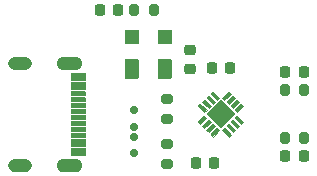
<source format=gtp>
%TF.GenerationSoftware,KiCad,Pcbnew,8.0.7-5-g6f92c4cccf*%
%TF.CreationDate,2025-01-08T11:04:30+08:00*%
%TF.ProjectId,UINIO-USB-UART-CH343,55494e49-4f2d-4555-9342-2d554152542d,Version 5.0.0*%
%TF.SameCoordinates,PX8be9df0PY5020b20*%
%TF.FileFunction,Paste,Top*%
%TF.FilePolarity,Positive*%
%FSLAX46Y46*%
G04 Gerber Fmt 4.6, Leading zero omitted, Abs format (unit mm)*
G04 Created by KiCad (PCBNEW 8.0.7-5-g6f92c4cccf) date 2025-01-08 11:04:30*
%MOMM*%
%LPD*%
G01*
G04 APERTURE LIST*
G04 Aperture macros list*
%AMRoundRect*
0 Rectangle with rounded corners*
0 $1 Rounding radius*
0 $2 $3 $4 $5 $6 $7 $8 $9 X,Y pos of 4 corners*
0 Add a 4 corners polygon primitive as box body*
4,1,4,$2,$3,$4,$5,$6,$7,$8,$9,$2,$3,0*
0 Add four circle primitives for the rounded corners*
1,1,$1+$1,$2,$3*
1,1,$1+$1,$4,$5*
1,1,$1+$1,$6,$7*
1,1,$1+$1,$8,$9*
0 Add four rect primitives between the rounded corners*
20,1,$1+$1,$2,$3,$4,$5,0*
20,1,$1+$1,$4,$5,$6,$7,0*
20,1,$1+$1,$6,$7,$8,$9,0*
20,1,$1+$1,$8,$9,$2,$3,0*%
%AMRotRect*
0 Rectangle, with rotation*
0 The origin of the aperture is its center*
0 $1 length*
0 $2 width*
0 $3 Rotation angle, in degrees counterclockwise*
0 Add horizontal line*
21,1,$1,$2,0,0,$3*%
G04 Aperture macros list end*
%ADD10C,0.120000*%
%ADD11RoundRect,0.150000X0.200000X-0.150000X0.200000X0.150000X-0.200000X0.150000X-0.200000X-0.150000X0*%
%ADD12R,1.200000X1.200000*%
%ADD13RoundRect,0.200000X0.275000X-0.200000X0.275000X0.200000X-0.275000X0.200000X-0.275000X-0.200000X0*%
%ADD14RoundRect,0.200000X-0.200000X-0.275000X0.200000X-0.275000X0.200000X0.275000X-0.200000X0.275000X0*%
%ADD15RoundRect,0.250000X-0.375000X-0.625000X0.375000X-0.625000X0.375000X0.625000X-0.375000X0.625000X0*%
%ADD16RoundRect,0.200000X-0.275000X0.200000X-0.275000X-0.200000X0.275000X-0.200000X0.275000X0.200000X0*%
%ADD17RoundRect,0.150000X-0.200000X0.150000X-0.200000X-0.150000X0.200000X-0.150000X0.200000X0.150000X0*%
%ADD18RoundRect,0.218750X0.218750X0.256250X-0.218750X0.256250X-0.218750X-0.256250X0.218750X-0.256250X0*%
%ADD19RoundRect,0.225000X0.225000X0.250000X-0.225000X0.250000X-0.225000X-0.250000X0.225000X-0.250000X0*%
%ADD20R,1.150000X0.600000*%
%ADD21R,1.150000X0.300000*%
%ADD22RoundRect,0.218750X-0.218750X-0.256250X0.218750X-0.256250X0.218750X0.256250X-0.218750X0.256250X0*%
%ADD23RoundRect,0.225000X-0.250000X0.225000X-0.250000X-0.225000X0.250000X-0.225000X0.250000X0.225000X0*%
%ADD24RotRect,0.250000X0.750000X135.000000*%
%ADD25RotRect,0.750000X0.250000X135.000000*%
%ADD26RotRect,1.700000X1.700000X135.000000*%
G04 APERTURE END LIST*
D10*
%TO.C,USB1*%
X3968320Y-7250000D02*
X2818320Y-7250000D01*
X2818320Y-6650000D01*
X3968320Y-6650000D01*
X3968320Y-7250000D01*
G36*
X3968320Y-7250000D02*
G01*
X2818320Y-7250000D01*
X2818320Y-6650000D01*
X3968320Y-6650000D01*
X3968320Y-7250000D01*
G37*
X3968320Y-8050000D02*
X2818320Y-8050000D01*
X2818320Y-7450000D01*
X3968320Y-7450000D01*
X3968320Y-8050000D01*
G36*
X3968320Y-8050000D02*
G01*
X2818320Y-8050000D01*
X2818320Y-7450000D01*
X3968320Y-7450000D01*
X3968320Y-8050000D01*
G37*
X3968320Y-8550000D02*
X2818320Y-8550000D01*
X2818320Y-8250000D01*
X3968320Y-8250000D01*
X3968320Y-8550000D01*
G36*
X3968320Y-8550000D02*
G01*
X2818320Y-8550000D01*
X2818320Y-8250000D01*
X3968320Y-8250000D01*
X3968320Y-8550000D01*
G37*
X3968320Y-9050000D02*
X2818320Y-9050000D01*
X2818320Y-8750000D01*
X3968320Y-8750000D01*
X3968320Y-9050000D01*
G36*
X3968320Y-9050000D02*
G01*
X2818320Y-9050000D01*
X2818320Y-8750000D01*
X3968320Y-8750000D01*
X3968320Y-9050000D01*
G37*
X3968320Y-9550000D02*
X2818320Y-9550000D01*
X2818320Y-9250000D01*
X3968320Y-9250000D01*
X3968320Y-9550000D01*
G36*
X3968320Y-9550000D02*
G01*
X2818320Y-9550000D01*
X2818320Y-9250000D01*
X3968320Y-9250000D01*
X3968320Y-9550000D01*
G37*
X3968320Y-10050000D02*
X2818320Y-10050000D01*
X2818320Y-9750000D01*
X3968320Y-9750000D01*
X3968320Y-10050000D01*
G36*
X3968320Y-10050000D02*
G01*
X2818320Y-10050000D01*
X2818320Y-9750000D01*
X3968320Y-9750000D01*
X3968320Y-10050000D01*
G37*
X3968320Y-10550000D02*
X2818320Y-10550000D01*
X2818320Y-10250000D01*
X3968320Y-10250000D01*
X3968320Y-10550000D01*
G36*
X3968320Y-10550000D02*
G01*
X2818320Y-10550000D01*
X2818320Y-10250000D01*
X3968320Y-10250000D01*
X3968320Y-10550000D01*
G37*
X3968320Y-11050000D02*
X2818320Y-11050000D01*
X2818320Y-10750000D01*
X3968320Y-10750000D01*
X3968320Y-11050000D01*
G36*
X3968320Y-11050000D02*
G01*
X2818320Y-11050000D01*
X2818320Y-10750000D01*
X3968320Y-10750000D01*
X3968320Y-11050000D01*
G37*
X3968320Y-11550000D02*
X2818320Y-11550000D01*
X2818320Y-11250000D01*
X3968320Y-11250000D01*
X3968320Y-11550000D01*
G36*
X3968320Y-11550000D02*
G01*
X2818320Y-11550000D01*
X2818320Y-11250000D01*
X3968320Y-11250000D01*
X3968320Y-11550000D01*
G37*
X3968320Y-12050000D02*
X2818320Y-12050000D01*
X2818320Y-11750000D01*
X3968320Y-11750000D01*
X3968320Y-12050000D01*
G36*
X3968320Y-12050000D02*
G01*
X2818320Y-12050000D01*
X2818320Y-11750000D01*
X3968320Y-11750000D01*
X3968320Y-12050000D01*
G37*
X3968320Y-12850000D02*
X2818320Y-12850000D01*
X2818320Y-12250000D01*
X3968320Y-12250000D01*
X3968320Y-12850000D01*
G36*
X3968320Y-12850000D02*
G01*
X2818320Y-12850000D01*
X2818320Y-12250000D01*
X3968320Y-12250000D01*
X3968320Y-12850000D01*
G37*
X3968320Y-13650000D02*
X2818320Y-13650000D01*
X2818320Y-13050000D01*
X3968320Y-13050000D01*
X3968320Y-13650000D01*
G36*
X3968320Y-13650000D02*
G01*
X2818320Y-13650000D01*
X2818320Y-13050000D01*
X3968320Y-13050000D01*
X3968320Y-13650000D01*
G37*
X-1021680Y-5335000D02*
X-927680Y-5363000D01*
X-841680Y-5409000D01*
X-765680Y-5471000D01*
X-703680Y-5547000D01*
X-656680Y-5634000D01*
X-628680Y-5727000D01*
X-618680Y-5825000D01*
X-628680Y-5923000D01*
X-656680Y-6016000D01*
X-703680Y-6103000D01*
X-765680Y-6179000D01*
X-841680Y-6241000D01*
X-927680Y-6287000D01*
X-1021680Y-6315000D01*
X-1118680Y-6325000D01*
X-2018680Y-6325000D01*
X-2116680Y-6315000D01*
X-2210680Y-6287000D01*
X-2296680Y-6241000D01*
X-2372680Y-6179000D01*
X-2434680Y-6103000D01*
X-2480680Y-6016000D01*
X-2509680Y-5923000D01*
X-2518680Y-5825000D01*
X-2509680Y-5727000D01*
X-2480680Y-5634000D01*
X-2434680Y-5547000D01*
X-2372680Y-5471000D01*
X-2296680Y-5409000D01*
X-2210680Y-5363000D01*
X-2116680Y-5335000D01*
X-2018680Y-5325000D01*
X-1118680Y-5325000D01*
X-1021680Y-5335000D01*
G36*
X-1021680Y-5335000D02*
G01*
X-927680Y-5363000D01*
X-841680Y-5409000D01*
X-765680Y-5471000D01*
X-703680Y-5547000D01*
X-656680Y-5634000D01*
X-628680Y-5727000D01*
X-618680Y-5825000D01*
X-628680Y-5923000D01*
X-656680Y-6016000D01*
X-703680Y-6103000D01*
X-765680Y-6179000D01*
X-841680Y-6241000D01*
X-927680Y-6287000D01*
X-1021680Y-6315000D01*
X-1118680Y-6325000D01*
X-2018680Y-6325000D01*
X-2116680Y-6315000D01*
X-2210680Y-6287000D01*
X-2296680Y-6241000D01*
X-2372680Y-6179000D01*
X-2434680Y-6103000D01*
X-2480680Y-6016000D01*
X-2509680Y-5923000D01*
X-2518680Y-5825000D01*
X-2509680Y-5727000D01*
X-2480680Y-5634000D01*
X-2434680Y-5547000D01*
X-2372680Y-5471000D01*
X-2296680Y-5409000D01*
X-2210680Y-5363000D01*
X-2116680Y-5335000D01*
X-2018680Y-5325000D01*
X-1118680Y-5325000D01*
X-1021680Y-5335000D01*
G37*
X-1021680Y-13985000D02*
X-927680Y-14013000D01*
X-841680Y-14059000D01*
X-765680Y-14121000D01*
X-703680Y-14197000D01*
X-656680Y-14284000D01*
X-628680Y-14377000D01*
X-618680Y-14475000D01*
X-628680Y-14573000D01*
X-656680Y-14666000D01*
X-703680Y-14753000D01*
X-765680Y-14829000D01*
X-841680Y-14891000D01*
X-927680Y-14937000D01*
X-1021680Y-14965000D01*
X-1118680Y-14975000D01*
X-2018680Y-14975000D01*
X-2116680Y-14965000D01*
X-2210680Y-14937000D01*
X-2296680Y-14891000D01*
X-2372680Y-14829000D01*
X-2434680Y-14753000D01*
X-2480680Y-14666000D01*
X-2509680Y-14573000D01*
X-2518680Y-14475000D01*
X-2509680Y-14377000D01*
X-2480680Y-14284000D01*
X-2434680Y-14197000D01*
X-2372680Y-14121000D01*
X-2296680Y-14059000D01*
X-2210680Y-14013000D01*
X-2116680Y-13985000D01*
X-2018680Y-13975000D01*
X-1118680Y-13975000D01*
X-1021680Y-13985000D01*
G36*
X-1021680Y-13985000D02*
G01*
X-927680Y-14013000D01*
X-841680Y-14059000D01*
X-765680Y-14121000D01*
X-703680Y-14197000D01*
X-656680Y-14284000D01*
X-628680Y-14377000D01*
X-618680Y-14475000D01*
X-628680Y-14573000D01*
X-656680Y-14666000D01*
X-703680Y-14753000D01*
X-765680Y-14829000D01*
X-841680Y-14891000D01*
X-927680Y-14937000D01*
X-1021680Y-14965000D01*
X-1118680Y-14975000D01*
X-2018680Y-14975000D01*
X-2116680Y-14965000D01*
X-2210680Y-14937000D01*
X-2296680Y-14891000D01*
X-2372680Y-14829000D01*
X-2434680Y-14753000D01*
X-2480680Y-14666000D01*
X-2509680Y-14573000D01*
X-2518680Y-14475000D01*
X-2509680Y-14377000D01*
X-2480680Y-14284000D01*
X-2434680Y-14197000D01*
X-2372680Y-14121000D01*
X-2296680Y-14059000D01*
X-2210680Y-14013000D01*
X-2116680Y-13985000D01*
X-2018680Y-13975000D01*
X-1118680Y-13975000D01*
X-1021680Y-13985000D01*
G37*
X3278320Y-5335000D02*
X3372320Y-5363000D01*
X3458320Y-5409000D01*
X3534320Y-5471000D01*
X3596320Y-5547000D01*
X3643320Y-5634000D01*
X3671320Y-5727000D01*
X3681320Y-5825000D01*
X3671320Y-5923000D01*
X3643320Y-6016000D01*
X3596320Y-6103000D01*
X3534320Y-6179000D01*
X3458320Y-6241000D01*
X3372320Y-6287000D01*
X3278320Y-6315000D01*
X3181320Y-6325000D01*
X2081320Y-6325000D01*
X1983320Y-6315000D01*
X1889320Y-6287000D01*
X1803320Y-6241000D01*
X1727320Y-6179000D01*
X1665320Y-6103000D01*
X1619320Y-6016000D01*
X1590320Y-5923000D01*
X1581320Y-5825000D01*
X1590320Y-5727000D01*
X1619320Y-5634000D01*
X1665320Y-5547000D01*
X1727320Y-5471000D01*
X1803320Y-5409000D01*
X1889320Y-5363000D01*
X1983320Y-5335000D01*
X2081320Y-5325000D01*
X3181320Y-5325000D01*
X3278320Y-5335000D01*
G36*
X3278320Y-5335000D02*
G01*
X3372320Y-5363000D01*
X3458320Y-5409000D01*
X3534320Y-5471000D01*
X3596320Y-5547000D01*
X3643320Y-5634000D01*
X3671320Y-5727000D01*
X3681320Y-5825000D01*
X3671320Y-5923000D01*
X3643320Y-6016000D01*
X3596320Y-6103000D01*
X3534320Y-6179000D01*
X3458320Y-6241000D01*
X3372320Y-6287000D01*
X3278320Y-6315000D01*
X3181320Y-6325000D01*
X2081320Y-6325000D01*
X1983320Y-6315000D01*
X1889320Y-6287000D01*
X1803320Y-6241000D01*
X1727320Y-6179000D01*
X1665320Y-6103000D01*
X1619320Y-6016000D01*
X1590320Y-5923000D01*
X1581320Y-5825000D01*
X1590320Y-5727000D01*
X1619320Y-5634000D01*
X1665320Y-5547000D01*
X1727320Y-5471000D01*
X1803320Y-5409000D01*
X1889320Y-5363000D01*
X1983320Y-5335000D01*
X2081320Y-5325000D01*
X3181320Y-5325000D01*
X3278320Y-5335000D01*
G37*
X3278320Y-13985000D02*
X3372320Y-14013000D01*
X3458320Y-14059000D01*
X3534320Y-14121000D01*
X3596320Y-14197000D01*
X3643320Y-14284000D01*
X3671320Y-14377000D01*
X3681320Y-14475000D01*
X3671320Y-14573000D01*
X3643320Y-14666000D01*
X3596320Y-14753000D01*
X3534320Y-14829000D01*
X3458320Y-14891000D01*
X3372320Y-14937000D01*
X3278320Y-14965000D01*
X3181320Y-14975000D01*
X2081320Y-14975000D01*
X1983320Y-14965000D01*
X1889320Y-14937000D01*
X1803320Y-14891000D01*
X1727320Y-14829000D01*
X1665320Y-14753000D01*
X1619320Y-14666000D01*
X1590320Y-14573000D01*
X1581320Y-14475000D01*
X1590320Y-14377000D01*
X1619320Y-14284000D01*
X1665320Y-14197000D01*
X1727320Y-14121000D01*
X1803320Y-14059000D01*
X1889320Y-14013000D01*
X1983320Y-13985000D01*
X2081320Y-13975000D01*
X3181320Y-13975000D01*
X3278320Y-13985000D01*
G36*
X3278320Y-13985000D02*
G01*
X3372320Y-14013000D01*
X3458320Y-14059000D01*
X3534320Y-14121000D01*
X3596320Y-14197000D01*
X3643320Y-14284000D01*
X3671320Y-14377000D01*
X3681320Y-14475000D01*
X3671320Y-14573000D01*
X3643320Y-14666000D01*
X3596320Y-14753000D01*
X3534320Y-14829000D01*
X3458320Y-14891000D01*
X3372320Y-14937000D01*
X3278320Y-14965000D01*
X3181320Y-14975000D01*
X2081320Y-14975000D01*
X1983320Y-14965000D01*
X1889320Y-14937000D01*
X1803320Y-14891000D01*
X1727320Y-14829000D01*
X1665320Y-14753000D01*
X1619320Y-14666000D01*
X1590320Y-14573000D01*
X1581320Y-14475000D01*
X1590320Y-14377000D01*
X1619320Y-14284000D01*
X1665320Y-14197000D01*
X1727320Y-14121000D01*
X1803320Y-14059000D01*
X1889320Y-14013000D01*
X1983320Y-13985000D01*
X2081320Y-13975000D01*
X3181320Y-13975000D01*
X3278320Y-13985000D01*
G37*
%TO.C,U2*%
X14265711Y-10467491D02*
X13735381Y-10997821D01*
X13558605Y-10821044D01*
X14088935Y-10290714D01*
X14265711Y-10467491D01*
G36*
X14265711Y-10467491D02*
G01*
X13735381Y-10997821D01*
X13558605Y-10821044D01*
X14088935Y-10290714D01*
X14265711Y-10467491D01*
G37*
X14266418Y-9831802D02*
X14089642Y-10008579D01*
X13559312Y-9478249D01*
X13736088Y-9301472D01*
X14266418Y-9831802D01*
G36*
X14266418Y-9831802D02*
G01*
X14089642Y-10008579D01*
X13559312Y-9478249D01*
X13736088Y-9301472D01*
X14266418Y-9831802D01*
G37*
X14619265Y-10821044D02*
X14088935Y-11351374D01*
X13912158Y-11174598D01*
X14442488Y-10644268D01*
X14619265Y-10821044D01*
G36*
X14619265Y-10821044D02*
G01*
X14088935Y-11351374D01*
X13912158Y-11174598D01*
X14442488Y-10644268D01*
X14619265Y-10821044D01*
G37*
X14619972Y-9478249D02*
X14443195Y-9655025D01*
X13912865Y-9124695D01*
X14089642Y-8947918D01*
X14619972Y-9478249D01*
G36*
X14619972Y-9478249D02*
G01*
X14443195Y-9655025D01*
X13912865Y-9124695D01*
X14089642Y-8947918D01*
X14619972Y-9478249D01*
G37*
X14972818Y-11174598D02*
X14442488Y-11704928D01*
X14265711Y-11528151D01*
X14796041Y-10997821D01*
X14972818Y-11174598D01*
G36*
X14972818Y-11174598D02*
G01*
X14442488Y-11704928D01*
X14265711Y-11528151D01*
X14796041Y-10997821D01*
X14972818Y-11174598D01*
G37*
X14973525Y-9124695D02*
X14796749Y-9301472D01*
X14266418Y-8771142D01*
X14443195Y-8594365D01*
X14973525Y-9124695D01*
G36*
X14973525Y-9124695D02*
G01*
X14796749Y-9301472D01*
X14266418Y-8771142D01*
X14443195Y-8594365D01*
X14973525Y-9124695D01*
G37*
X15326372Y-11528151D02*
X14796041Y-12058481D01*
X14619265Y-11881705D01*
X15149595Y-11351374D01*
X15326372Y-11528151D01*
G36*
X15326372Y-11528151D02*
G01*
X14796041Y-12058481D01*
X14619265Y-11881705D01*
X15149595Y-11351374D01*
X15326372Y-11528151D01*
G37*
X15327079Y-8771142D02*
X15150302Y-8947918D01*
X14619972Y-8417588D01*
X14796749Y-8240812D01*
X15327079Y-8771142D01*
G36*
X15327079Y-8771142D02*
G01*
X15150302Y-8947918D01*
X14619972Y-8417588D01*
X14796749Y-8240812D01*
X15327079Y-8771142D01*
G37*
X16430165Y-10150000D02*
X15468500Y-11111665D01*
X14506835Y-10150000D01*
X15468500Y-9188335D01*
X16430165Y-10150000D01*
G36*
X16430165Y-10150000D02*
G01*
X15468500Y-11111665D01*
X14506835Y-10150000D01*
X15468500Y-9188335D01*
X16430165Y-10150000D01*
G37*
X16316321Y-8416881D02*
X15785991Y-8947211D01*
X15609214Y-8770435D01*
X16139544Y-8240105D01*
X16316321Y-8416881D01*
G36*
X16316321Y-8416881D02*
G01*
X15785991Y-8947211D01*
X15609214Y-8770435D01*
X16139544Y-8240105D01*
X16316321Y-8416881D01*
G37*
X16317028Y-11882412D02*
X16140251Y-12059188D01*
X15609921Y-11528858D01*
X15786698Y-11352082D01*
X16317028Y-11882412D01*
G36*
X16317028Y-11882412D02*
G01*
X16140251Y-12059188D01*
X15609921Y-11528858D01*
X15786698Y-11352082D01*
X16317028Y-11882412D01*
G37*
X16669167Y-8769728D02*
X16138837Y-9300058D01*
X15962061Y-9123281D01*
X16492391Y-8592951D01*
X16669167Y-8769728D01*
G36*
X16669167Y-8769728D02*
G01*
X16138837Y-9300058D01*
X15962061Y-9123281D01*
X16492391Y-8592951D01*
X16669167Y-8769728D01*
G37*
X16670582Y-11528858D02*
X16493805Y-11705635D01*
X15963475Y-11175305D01*
X16140251Y-10998528D01*
X16670582Y-11528858D01*
G36*
X16670582Y-11528858D02*
G01*
X16493805Y-11705635D01*
X15963475Y-11175305D01*
X16140251Y-10998528D01*
X16670582Y-11528858D01*
G37*
X17023428Y-9123988D02*
X16493098Y-9654318D01*
X16316321Y-9477541D01*
X16846651Y-8947211D01*
X17023428Y-9123988D01*
G36*
X17023428Y-9123988D02*
G01*
X16493098Y-9654318D01*
X16316321Y-9477541D01*
X16846651Y-8947211D01*
X17023428Y-9123988D01*
G37*
X17024135Y-11175305D02*
X16847358Y-11352082D01*
X16317028Y-10821751D01*
X16493805Y-10644975D01*
X17024135Y-11175305D01*
G36*
X17024135Y-11175305D02*
G01*
X16847358Y-11352082D01*
X16317028Y-10821751D01*
X16493805Y-10644975D01*
X17024135Y-11175305D01*
G37*
X17376274Y-9476834D02*
X16845944Y-10007164D01*
X16669167Y-9830388D01*
X17199497Y-9300058D01*
X17376274Y-9476834D01*
G36*
X17376274Y-9476834D02*
G01*
X16845944Y-10007164D01*
X16669167Y-9830388D01*
X17199497Y-9300058D01*
X17376274Y-9476834D01*
G37*
X17377688Y-10821751D02*
X17200912Y-10998528D01*
X16670582Y-10468198D01*
X16847358Y-10291421D01*
X17377688Y-10821751D01*
G36*
X17377688Y-10821751D02*
G01*
X17200912Y-10998528D01*
X16670582Y-10468198D01*
X16847358Y-10291421D01*
X17377688Y-10821751D01*
G37*
%TD*%
D11*
%TO.C,D4*%
X8150000Y-9800000D03*
X8150000Y-11200000D03*
%TD*%
D12*
%TO.C,D2*%
X7970000Y-3620000D03*
X10770000Y-3620000D03*
%TD*%
D13*
%TO.C,R9*%
X10920000Y-10550000D03*
X10920000Y-8900000D03*
%TD*%
D14*
%TO.C,R6*%
X20912500Y-12140000D03*
X22562500Y-12140000D03*
%TD*%
D15*
%TO.C,F1*%
X7970000Y-6300000D03*
X10770000Y-6300000D03*
%TD*%
D14*
%TO.C,R5*%
X20912500Y-8130000D03*
X22562500Y-8130000D03*
%TD*%
D16*
%TO.C,R10*%
X10920000Y-12710000D03*
X10920000Y-14360000D03*
%TD*%
D17*
%TO.C,D3*%
X8150000Y-13460000D03*
X8150000Y-12060000D03*
%TD*%
D14*
%TO.C,R1*%
X8147500Y-1330000D03*
X9797500Y-1330000D03*
%TD*%
D18*
%TO.C,D5*%
X22525000Y-6580000D03*
X20950000Y-6580000D03*
%TD*%
D19*
%TO.C,C5*%
X14900000Y-14269000D03*
X13350000Y-14269000D03*
%TD*%
%TO.C,C7*%
X16240000Y-6280000D03*
X14690000Y-6280000D03*
%TD*%
D20*
%TO.C,USB1*%
X3393320Y-6950000D03*
X3393320Y-7750000D03*
D21*
X3393320Y-8900000D03*
X3393320Y-9900000D03*
X3393320Y-10400000D03*
X3393320Y-11400000D03*
D20*
X3393320Y-13350000D03*
X3393320Y-12550000D03*
D21*
X3393320Y-11900000D03*
X3393320Y-10900000D03*
X3393320Y-9400000D03*
X3393320Y-8400000D03*
%TD*%
D22*
%TO.C,D1*%
X5222500Y-1330000D03*
X6797500Y-1330000D03*
%TD*%
D18*
%TO.C,D6*%
X22525000Y-13690000D03*
X20950000Y-13690000D03*
%TD*%
D23*
%TO.C,C6*%
X12830000Y-4755000D03*
X12830000Y-6305000D03*
%TD*%
D24*
%TO.C,U2*%
X17022721Y-9653611D03*
X16669874Y-9300765D03*
X16315614Y-8946504D03*
X15962768Y-8593658D03*
D25*
X14973525Y-8594365D03*
X14619972Y-8947918D03*
X14266418Y-9301472D03*
X13912865Y-9655025D03*
D24*
X13912865Y-10644975D03*
X14266418Y-10998528D03*
X14619972Y-11352082D03*
X14972818Y-11704928D03*
D25*
X15963475Y-11705635D03*
X16317028Y-11352082D03*
X16670582Y-10998528D03*
X17024135Y-10644975D03*
D26*
X15468500Y-10150000D03*
%TD*%
M02*

</source>
